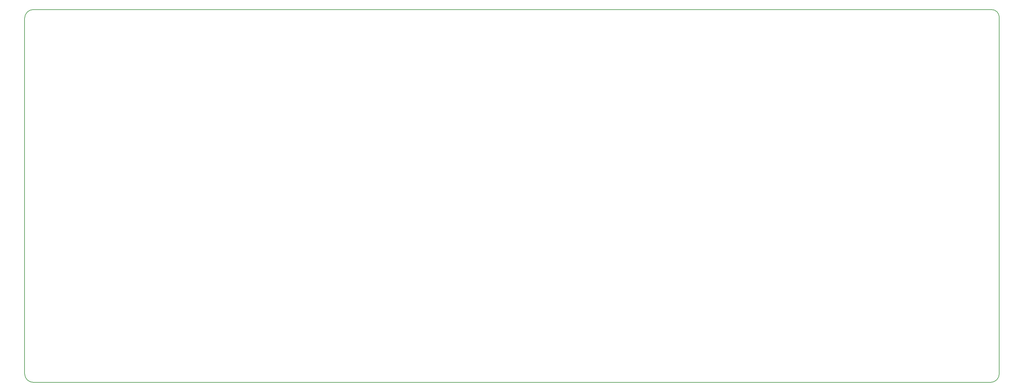
<source format=gbr>
G04 #@! TF.GenerationSoftware,KiCad,Pcbnew,6.0.1-79c1e3a40b~116~ubuntu21.04.1*
G04 #@! TF.CreationDate,2022-06-30T07:29:00-05:00*
G04 #@! TF.ProjectId,Keyboard,4b657962-6f61-4726-942e-6b696361645f,rev?*
G04 #@! TF.SameCoordinates,Original*
G04 #@! TF.FileFunction,Profile,NP*
%FSLAX46Y46*%
G04 Gerber Fmt 4.6, Leading zero omitted, Abs format (unit mm)*
G04 Created by KiCad (PCBNEW 6.0.1-79c1e3a40b~116~ubuntu21.04.1) date 2022-06-30 07:29:00*
%MOMM*%
%LPD*%
G01*
G04 APERTURE LIST*
G04 #@! TA.AperFunction,Profile*
%ADD10C,0.150000*%
G04 #@! TD*
G04 APERTURE END LIST*
D10*
X318000000Y-104760000D02*
X318000000Y-208199055D01*
X317999999Y-104760000D02*
G75*
G03*
X315679204Y-102500000I-2260794J2D01*
G01*
X37846051Y-102496051D02*
G75*
G03*
X35306051Y-105036051I1J-2540001D01*
G01*
X35306000Y-208026000D02*
X35306051Y-105036051D01*
X45720000Y-210820000D02*
X37846000Y-210820000D01*
X315679204Y-102500000D02*
X37846051Y-102496051D01*
X35306000Y-208026000D02*
X35306000Y-208280000D01*
X315499995Y-210820000D02*
X45720000Y-210820000D01*
X35306000Y-208280000D02*
G75*
G03*
X37846000Y-210820000I2540001J1D01*
G01*
X315499995Y-210820000D02*
G75*
G03*
X318000000Y-208199055I-39995J2540945D01*
G01*
M02*

</source>
